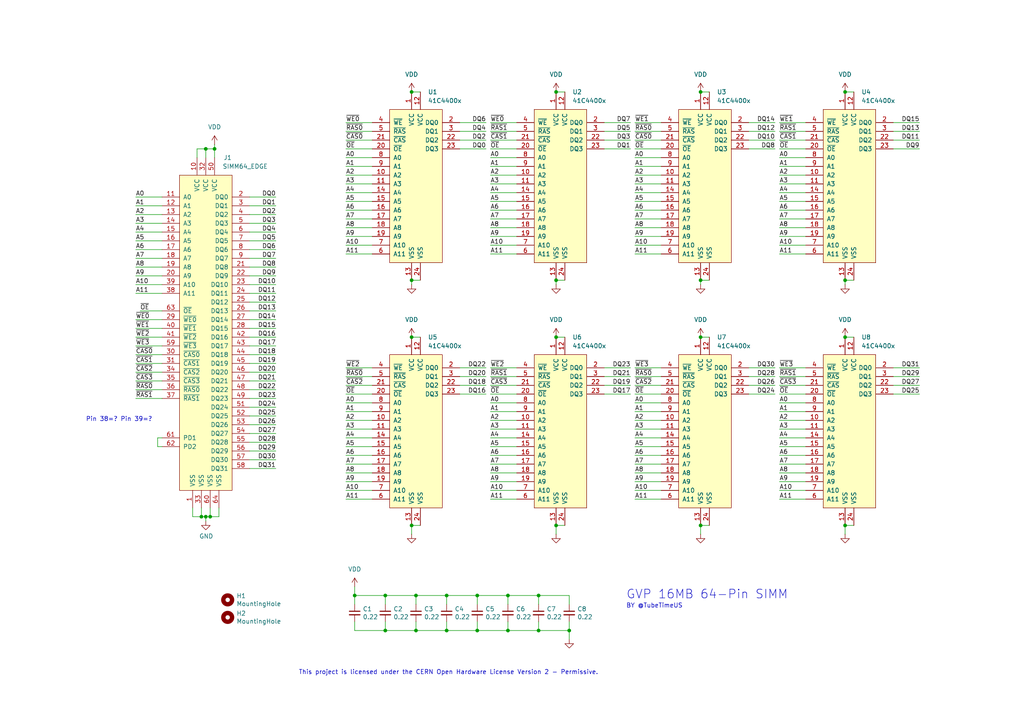
<source format=kicad_sch>
(kicad_sch (version 20231120) (generator "eeschema") (generator_version "8.0")
  (paper "A4")
  (lib_symbols
    (symbol "Device:C_Small" (pin_numbers hide) (pin_names (offset 0.254) hide)
      (property "Reference" "C" (at 0.254 1.778 0))
      (property "Value" "C_Small" (at 0.254 -2.032 0))
      (symbol "C_Small_0_1"
        (polyline (pts (xy -1.524 -0.508) (xy 1.524 -0.508)) (stroke (width 0.3302)))
        (polyline (pts (xy -1.524 0.508) (xy 1.524 0.508)) (stroke (width 0.3048)))
      )
      (symbol "C_Small_1_1"
        (pin passive line (at 0 2.54 270) (length 2.032) (name "~") (number "1"))
        (pin passive line (at 0 -2.54 90) (length 2.032) (name "~") (number "2"))
      )
    )
    (symbol "Mechanical:MountingHole" (pin_names (offset 1.016)) (exclude_from_sim yes) (in_bom no)
      (property "Reference" "H" (at 0 5.08 0))
      (property "Value" "MountingHole" (at 0 3.175 0))
      (symbol "MountingHole_0_1"
        (circle (center 0 0) (radius 1.27) (stroke (width 1.27)))
      )
    )
    (symbol "gvpsimm-rescue:GND-power" (power) (pin_names (offset 0))
      (property "Value" "power_GND" (at 0 -3.81 0))
      (symbol "GND-power_0_1"
        (polyline (pts (xy 0 0) (xy 0 -1.27) (xy 1.27 -1.27) (xy 0 -2.54) (xy -1.27 -1.27) (xy 0 -1.27)))
      )
      (symbol "GND-power_1_1"
        (pin power_in line (at 0 0 270) (length 0) hide (name "GND") (number "1"))
      )
    )
    (symbol "memory:SIMM64_EDGE" (pin_names (offset 1.016))
      (property "Reference" "J" (at 6.35 3.81 0))
      (property "Value" "SIMM64_EDGE" (at 12.7 1.27 0))
      (symbol "SIMM64_EDGE_0_1"
        (rectangle (start 7.62 -91.44) (end -7.62 0) (fill (type background)))
      )
      (symbol "SIMM64_EDGE_1_1"
        (pin power_out line (at -3.81 -96.52 90) (length 5.08) (name "VSS") (number "1"))
        (pin power_out line (at -2.54 5.08 270) (length 5.08) (name "VCC") (number "10"))
        (pin output line (at -12.7 -6.35 0) (length 5.08) (name "A0") (number "11"))
        (pin output line (at -12.7 -8.89 0) (length 5.08) (name "A1") (number "12"))
        (pin output line (at -12.7 -11.43 0) (length 5.08) (name "A2") (number "13"))
        (pin output line (at -12.7 -13.97 0) (length 5.08) (name "A3") (number "14"))
        (pin output line (at -12.7 -16.51 0) (length 5.08) (name "A4") (number "15"))
        (pin output line (at -12.7 -19.05 0) (length 5.08) (name "A5") (number "16"))
        (pin output line (at -12.7 -21.59 0) (length 5.08) (name "A6") (number "17"))
        (pin output line (at -12.7 -24.13 0) (length 5.08) (name "A7") (number "18"))
        (pin output line (at -12.7 -26.67 0) (length 5.08) (name "A8") (number "19"))
        (pin bidirectional line (at 12.7 -6.35 180) (length 5.08) (name "DQ0") (number "2"))
        (pin output line (at -12.7 -29.21 0) (length 5.08) (name "A9") (number "20"))
        (pin bidirectional line (at 12.7 -26.67 180) (length 5.08) (name "DQ8") (number "21"))
        (pin bidirectional line (at 12.7 -29.21 180) (length 5.08) (name "DQ9") (number "22"))
        (pin bidirectional line (at 12.7 -31.75 180) (length 5.08) (name "DQ10") (number "23"))
        (pin bidirectional line (at 12.7 -34.29 180) (length 5.08) (name "DQ11") (number "24"))
        (pin bidirectional line (at 12.7 -36.83 180) (length 5.08) (name "DQ12") (number "25"))
        (pin bidirectional line (at 12.7 -39.37 180) (length 5.08) (name "DQ13") (number "26"))
        (pin bidirectional line (at 12.7 -41.91 180) (length 5.08) (name "DQ14") (number "27"))
        (pin bidirectional line (at 12.7 -44.45 180) (length 5.08) (name "DQ15") (number "28"))
        (pin output line (at -12.7 -41.91 0) (length 5.08) (name "~{WE0}") (number "29"))
        (pin bidirectional line (at 12.7 -8.89 180) (length 5.08) (name "DQ1") (number "3"))
        (pin output line (at -12.7 -52.07 0) (length 5.08) (name "~{CAS0}") (number "30"))
        (pin output line (at -12.7 -54.61 0) (length 5.08) (name "~{CAS1}") (number "31"))
        (pin power_in line (at 0 5.08 270) (length 5.08) (name "VCC") (number "32"))
        (pin power_in line (at -1.27 -96.52 90) (length 5.08) (name "VSS") (number "33"))
        (pin output line (at -12.7 -57.15 0) (length 5.08) (name "~{CAS2}") (number "34"))
        (pin output line (at -12.7 -59.69 0) (length 5.08) (name "~{CAS3}") (number "35"))
        (pin output line (at -12.7 -62.23 0) (length 5.08) (name "~{RAS0}") (number "36"))
        (pin output line (at -12.7 -64.77 0) (length 5.08) (name "~{RAS1}") (number "37"))
        (pin output line (at -12.7 -34.29 0) (length 5.08) (name "A11") (number "38"))
        (pin output line (at -12.7 -31.75 0) (length 5.08) (name "A10") (number "39"))
        (pin bidirectional line (at 12.7 -11.43 180) (length 5.08) (name "DQ2") (number "4"))
        (pin output line (at -12.7 -44.45 0) (length 5.08) (name "~{WE1}") (number "40"))
        (pin output line (at -12.7 -46.99 0) (length 5.08) (name "~{WE2}") (number "41"))
        (pin bidirectional line (at 12.7 -46.99 180) (length 5.08) (name "DQ16") (number "42"))
        (pin bidirectional line (at 12.7 -49.53 180) (length 5.08) (name "DQ17") (number "43"))
        (pin bidirectional line (at 12.7 -52.07 180) (length 5.08) (name "DQ18") (number "44"))
        (pin bidirectional line (at 12.7 -54.61 180) (length 5.08) (name "DQ19") (number "45"))
        (pin bidirectional line (at 12.7 -57.15 180) (length 5.08) (name "DQ20") (number "46"))
        (pin bidirectional line (at 12.7 -59.69 180) (length 5.08) (name "DQ21") (number "47"))
        (pin bidirectional line (at 12.7 -62.23 180) (length 5.08) (name "DQ22") (number "48"))
        (pin bidirectional line (at 12.7 -64.77 180) (length 5.08) (name "DQ23") (number "49"))
        (pin bidirectional line (at 12.7 -13.97 180) (length 5.08) (name "DQ3") (number "5"))
        (pin power_in line (at 2.54 5.08 270) (length 5.08) (name "VCC") (number "50"))
        (pin bidirectional line (at 12.7 -67.31 180) (length 5.08) (name "DQ24") (number "51"))
        (pin bidirectional line (at 12.7 -69.85 180) (length 5.08) (name "DQ25") (number "52"))
        (pin bidirectional line (at 12.7 -72.39 180) (length 5.08) (name "DQ26") (number "53"))
        (pin bidirectional line (at 12.7 -74.93 180) (length 5.08) (name "DQ27") (number "54"))
        (pin bidirectional line (at 12.7 -77.47 180) (length 5.08) (name "DQ28") (number "55"))
        (pin bidirectional line (at 12.7 -80.01 180) (length 5.08) (name "DQ29") (number "56"))
        (pin bidirectional line (at 12.7 -82.55 180) (length 5.08) (name "DQ30") (number "57"))
        (pin bidirectional line (at 12.7 -85.09 180) (length 5.08) (name "DQ31") (number "58"))
        (pin output line (at -12.7 -49.53 0) (length 5.08) (name "~{WE3}") (number "59"))
        (pin bidirectional line (at 12.7 -16.51 180) (length 5.08) (name "DQ4") (number "6"))
        (pin power_in line (at 1.27 -96.52 90) (length 5.08) (name "VSS") (number "60"))
        (pin passive line (at -12.7 -76.2 0) (length 5.08) (name "PD1") (number "61"))
        (pin passive line (at -12.7 -78.74 0) (length 5.08) (name "PD2") (number "62"))
        (pin output line (at -12.7 -39.37 0) (length 5.08) (name "~{OE}") (number "63"))
        (pin power_in line (at 3.81 -96.52 90) (length 5.08) (name "VSS") (number "64"))
        (pin bidirectional line (at 12.7 -19.05 180) (length 5.08) (name "DQ5") (number "7"))
        (pin bidirectional line (at 12.7 -21.59 180) (length 5.08) (name "DQ6") (number "8"))
        (pin bidirectional line (at 12.7 -24.13 180) (length 5.08) (name "DQ7") (number "9"))
      )
    )
    (symbol "memory_new:41C4400x" (pin_names (offset 1.016))
      (property "Reference" "U" (at 5.588 5.08 0))
      (property "Value" "41C4400x" (at 9.398 2.54 0))
      (symbol "41C4400x_0_1"
        (rectangle (start -6.35 0) (end 8.89 -44.45) (fill (type background)))
      )
      (symbol "41C4400x_1_1"
        (pin power_in line (at 0 5.08 270) (length 5.08) (name "VCC") (number "1"))
        (pin input line (at -11.43 -19.05 0) (length 5.08) (name "A2") (number "10"))
        (pin input line (at -11.43 -21.59 0) (length 5.08) (name "A3") (number "11"))
        (pin power_in line (at 2.54 5.08 270) (length 5.08) (name "VCC") (number "12"))
        (pin power_in line (at 0 -49.53 90) (length 5.08) (name "VSS") (number "13"))
        (pin input line (at -11.43 -24.13 0) (length 5.08) (name "A4") (number "14"))
        (pin input line (at -11.43 -26.67 0) (length 5.08) (name "A5") (number "15"))
        (pin input line (at -11.43 -29.21 0) (length 5.08) (name "A6") (number "16"))
        (pin input line (at -11.43 -31.75 0) (length 5.08) (name "A7") (number "17"))
        (pin input line (at -11.43 -34.29 0) (length 5.08) (name "A8") (number "18"))
        (pin input line (at -11.43 -36.83 0) (length 5.08) (name "A9") (number "19"))
        (pin bidirectional line (at 13.97 -3.81 180) (length 5.08) (name "DQ0") (number "2"))
        (pin input line (at -11.43 -11.43 0) (length 5.08) (name "~{OE}") (number "20"))
        (pin input line (at -11.43 -8.89 0) (length 5.08) (name "~{CAS}") (number "21"))
        (pin bidirectional line (at 13.97 -8.89 180) (length 5.08) (name "DQ2") (number "22"))
        (pin bidirectional line (at 13.97 -11.43 180) (length 5.08) (name "DQ3") (number "23"))
        (pin power_in line (at 2.54 -49.53 90) (length 5.08) (name "VSS") (number "24"))
        (pin bidirectional line (at 13.97 -6.35 180) (length 5.08) (name "DQ1") (number "3"))
        (pin input line (at -11.43 -3.81 0) (length 5.08) (name "~{WE}") (number "4"))
        (pin input line (at -11.43 -6.35 0) (length 5.08) (name "~{RAS}") (number "5"))
        (pin input line (at -11.43 -41.91 0) (length 5.08) (name "A11") (number "6"))
        (pin input line (at -11.43 -39.37 0) (length 5.08) (name "A10") (number "7"))
        (pin input line (at -11.43 -13.97 0) (length 5.08) (name "A0") (number "8"))
        (pin input line (at -11.43 -16.51 0) (length 5.08) (name "A1") (number "9"))
      )
    )
    (symbol "power:GND" (power) (pin_numbers hide) (pin_names (offset 0) hide)
      (property "Value" "GND" (at 0 -3.81 0))
      (symbol "GND_0_1"
        (polyline (pts (xy 0 0) (xy 0 -1.27) (xy 1.27 -1.27) (xy 0 -2.54) (xy -1.27 -1.27) (xy 0 -1.27)))
      )
      (symbol "GND_1_1"
        (pin power_in line (at 0 0 270) (length 0) (name "~") (number "1"))
      )
    )
    (symbol "power:VDD" (power) (pin_numbers hide) (pin_names (offset 0) hide)
      (property "Value" "VDD" (at 0 3.556 0))
      (symbol "VDD_0_1"
        (polyline (pts (xy -0.762 1.27) (xy 0 2.54)))
        (polyline (pts (xy 0 0) (xy 0 2.54)))
        (polyline (pts (xy 0 2.54) (xy 0.762 1.27)))
      )
      (symbol "VDD_1_1"
        (pin power_in line (at 0 0 90) (length 0) (name "~") (number "1"))
      )
    )
  )
  (junction (at 156.21 172.72))
  (junction (at 59.69 43.18))
  (junction (at 62.23 43.18))
  (junction (at 203.2 152.4))
  (junction (at 161.29 97.79))
  (junction (at 119.38 26.67))
  (junction (at 59.69 149.86))
  (junction (at 138.43 172.72))
  (junction (at 129.54 182.88))
  (junction (at 161.29 26.67))
  (junction (at 161.29 81.28))
  (junction (at 119.38 97.79))
  (junction (at 245.11 26.67))
  (junction (at 203.2 81.28))
  (junction (at 111.76 172.72))
  (junction (at 120.65 182.88))
  (junction (at 161.29 152.4))
  (junction (at 138.43 182.88))
  (junction (at 120.65 172.72))
  (junction (at 119.38 152.4))
  (junction (at 203.2 26.67))
  (junction (at 129.54 172.72))
  (junction (at 156.21 182.88))
  (junction (at 119.38 81.28))
  (junction (at 102.87 172.72))
  (junction (at 245.11 81.28))
  (junction (at 58.42 149.86))
  (junction (at 245.11 152.4))
  (junction (at 147.32 172.72))
  (junction (at 203.2 97.79))
  (junction (at 165.1 182.88))
  (junction (at 111.76 182.88))
  (junction (at 60.96 149.86))
  (junction (at 147.32 182.88))
  (junction (at 245.11 97.79))
  (wire (pts (xy 133.35 43.18) (xy 140.97 43.18)))
  (wire (pts (xy 72.39 118.11) (xy 80.01 118.11)))
  (wire (pts (xy 46.99 62.23) (xy 39.37 62.23)))
  (wire (pts (xy 226.06 142.24) (xy 233.68 142.24)))
  (wire (pts (xy 102.87 180.34) (xy 102.87 182.88)))
  (wire (pts (xy 111.76 180.34) (xy 111.76 182.88)))
  (wire (pts (xy 184.15 144.78) (xy 191.77 144.78)))
  (wire (pts (xy 72.39 97.79) (xy 80.01 97.79)))
  (wire (pts (xy 224.79 40.64) (xy 217.17 40.64)))
  (wire (pts (xy 233.68 63.5) (xy 226.06 63.5)))
  (wire (pts (xy 226.06 144.78) (xy 233.68 144.78)))
  (wire (pts (xy 165.1 182.88) (xy 165.1 180.34)))
  (wire (pts (xy 119.38 97.79) (xy 121.92 97.79)))
  (wire (pts (xy 39.37 95.25) (xy 46.99 95.25)))
  (wire (pts (xy 100.33 73.66) (xy 107.95 73.66)))
  (wire (pts (xy 46.99 105.41) (xy 39.37 105.41)))
  (wire (pts (xy 107.95 121.92) (xy 100.33 121.92)))
  (wire (pts (xy 58.42 149.86) (xy 59.69 149.86)))
  (wire (pts (xy 80.01 62.23) (xy 72.39 62.23)))
  (wire (pts (xy 149.86 50.8) (xy 142.24 50.8)))
  (wire (pts (xy 102.87 175.26) (xy 102.87 172.72)))
  (wire (pts (xy 72.39 85.09) (xy 80.01 85.09)))
  (wire (pts (xy 107.95 129.54) (xy 100.33 129.54)))
  (wire (pts (xy 111.76 175.26) (xy 111.76 172.72)))
  (wire (pts (xy 80.01 95.25) (xy 72.39 95.25)))
  (wire (pts (xy 80.01 100.33) (xy 72.39 100.33)))
  (wire (pts (xy 72.39 130.81) (xy 80.01 130.81)))
  (wire (pts (xy 191.77 40.64) (xy 184.15 40.64)))
  (wire (pts (xy 149.86 68.58) (xy 142.24 68.58)))
  (wire (pts (xy 191.77 127) (xy 184.15 127)))
  (wire (pts (xy 140.97 111.76) (xy 133.35 111.76)))
  (wire (pts (xy 191.77 63.5) (xy 184.15 63.5)))
  (wire (pts (xy 226.06 109.22) (xy 233.68 109.22)))
  (wire (pts (xy 59.69 151.13) (xy 59.69 149.86)))
  (wire (pts (xy 45.72 127) (xy 45.72 129.54)))
  (wire (pts (xy 46.99 69.85) (xy 39.37 69.85)))
  (wire (pts (xy 147.32 172.72) (xy 156.21 172.72)))
  (wire (pts (xy 59.69 43.18) (xy 62.23 43.18)))
  (wire (pts (xy 57.15 45.72) (xy 57.15 43.18)))
  (wire (pts (xy 107.95 63.5) (xy 100.33 63.5)))
  (wire (pts (xy 119.38 81.28) (xy 119.38 82.55)))
  (wire (pts (xy 156.21 172.72) (xy 156.21 175.26)))
  (wire (pts (xy 39.37 64.77) (xy 46.99 64.77)))
  (wire (pts (xy 226.06 53.34) (xy 233.68 53.34)))
  (wire (pts (xy 100.33 71.12) (xy 107.95 71.12)))
  (wire (pts (xy 233.68 121.92) (xy 226.06 121.92)))
  (wire (pts (xy 142.24 53.34) (xy 149.86 53.34)))
  (wire (pts (xy 100.33 109.22) (xy 107.95 109.22)))
  (wire (pts (xy 102.87 182.88) (xy 111.76 182.88)))
  (wire (pts (xy 226.06 71.12) (xy 233.68 71.12)))
  (wire (pts (xy 138.43 172.72) (xy 147.32 172.72)))
  (wire (pts (xy 217.17 43.18) (xy 224.79 43.18)))
  (wire (pts (xy 191.77 50.8) (xy 184.15 50.8)))
  (wire (pts (xy 224.79 106.68) (xy 217.17 106.68)))
  (wire (pts (xy 184.15 66.04) (xy 191.77 66.04)))
  (wire (pts (xy 191.77 114.3) (xy 184.15 114.3)))
  (wire (pts (xy 224.79 35.56) (xy 217.17 35.56)))
  (wire (pts (xy 149.86 55.88) (xy 142.24 55.88)))
  (wire (pts (xy 80.01 69.85) (xy 72.39 69.85)))
  (wire (pts (xy 46.99 97.79) (xy 39.37 97.79)))
  (wire (pts (xy 46.99 57.15) (xy 39.37 57.15)))
  (wire (pts (xy 39.37 85.09) (xy 46.99 85.09)))
  (wire (pts (xy 107.95 58.42) (xy 100.33 58.42)))
  (wire (pts (xy 107.95 50.8) (xy 100.33 50.8)))
  (wire (pts (xy 80.01 107.95) (xy 72.39 107.95)))
  (wire (pts (xy 149.86 111.76) (xy 142.24 111.76)))
  (wire (pts (xy 72.39 59.69) (xy 80.01 59.69)))
  (wire (pts (xy 72.39 135.89) (xy 80.01 135.89)))
  (wire (pts (xy 147.32 180.34) (xy 147.32 182.88)))
  (wire (pts (xy 107.95 127) (xy 100.33 127)))
  (wire (pts (xy 233.68 134.62) (xy 226.06 134.62)))
  (wire (pts (xy 245.11 26.67) (xy 247.65 26.67)))
  (wire (pts (xy 142.24 38.1) (xy 149.86 38.1)))
  (wire (pts (xy 138.43 180.34) (xy 138.43 182.88)))
  (wire (pts (xy 191.77 139.7) (xy 184.15 139.7)))
  (wire (pts (xy 184.15 137.16) (xy 191.77 137.16)))
  (wire (pts (xy 233.68 106.68) (xy 226.06 106.68)))
  (wire (pts (xy 191.77 134.62) (xy 184.15 134.62)))
  (wire (pts (xy 46.99 92.71) (xy 39.37 92.71)))
  (wire (pts (xy 39.37 72.39) (xy 46.99 72.39)))
  (wire (pts (xy 184.15 38.1) (xy 191.77 38.1)))
  (wire (pts (xy 55.88 149.86) (xy 58.42 149.86)))
  (wire (pts (xy 120.65 182.88) (xy 129.54 182.88)))
  (wire (pts (xy 191.77 116.84) (xy 184.15 116.84)))
  (wire (pts (xy 62.23 43.18) (xy 62.23 41.91)))
  (wire (pts (xy 245.11 152.4) (xy 247.65 152.4)))
  (wire (pts (xy 147.32 175.26) (xy 147.32 172.72)))
  (wire (pts (xy 129.54 175.26) (xy 129.54 172.72)))
  (wire (pts (xy 72.39 113.03) (xy 80.01 113.03)))
  (wire (pts (xy 100.33 48.26) (xy 107.95 48.26)))
  (wire (pts (xy 46.99 80.01) (xy 39.37 80.01)))
  (wire (pts (xy 111.76 172.72) (xy 120.65 172.72)))
  (wire (pts (xy 46.99 74.93) (xy 39.37 74.93)))
  (wire (pts (xy 120.65 172.72) (xy 129.54 172.72)))
  (wire (pts (xy 107.95 40.64) (xy 100.33 40.64)))
  (wire (pts (xy 184.15 142.24) (xy 191.77 142.24)))
  (wire (pts (xy 62.23 43.18) (xy 62.23 45.72)))
  (wire (pts (xy 266.7 111.76) (xy 259.08 111.76)))
  (wire (pts (xy 140.97 35.56) (xy 133.35 35.56)))
  (wire (pts (xy 46.99 115.57) (xy 39.37 115.57)))
  (wire (pts (xy 149.86 63.5) (xy 142.24 63.5)))
  (wire (pts (xy 46.99 67.31) (xy 39.37 67.31)))
  (wire (pts (xy 184.15 119.38) (xy 191.77 119.38)))
  (wire (pts (xy 233.68 40.64) (xy 226.06 40.64)))
  (wire (pts (xy 39.37 77.47) (xy 46.99 77.47)))
  (wire (pts (xy 100.33 124.46) (xy 107.95 124.46)))
  (wire (pts (xy 217.17 109.22) (xy 224.79 109.22)))
  (wire (pts (xy 226.06 119.38) (xy 233.68 119.38)))
  (wire (pts (xy 149.86 58.42) (xy 142.24 58.42)))
  (wire (pts (xy 175.26 109.22) (xy 182.88 109.22)))
  (wire (pts (xy 39.37 107.95) (xy 46.99 107.95)))
  (wire (pts (xy 142.24 73.66) (xy 149.86 73.66)))
  (wire (pts (xy 46.99 102.87) (xy 39.37 102.87)))
  (wire (pts (xy 55.88 147.32) (xy 55.88 149.86)))
  (wire (pts (xy 142.24 119.38) (xy 149.86 119.38)))
  (wire (pts (xy 72.39 90.17) (xy 80.01 90.17)))
  (wire (pts (xy 100.33 38.1) (xy 107.95 38.1)))
  (wire (pts (xy 60.96 149.86) (xy 63.5 149.86)))
  (wire (pts (xy 142.24 124.46) (xy 149.86 124.46)))
  (wire (pts (xy 58.42 147.32) (xy 58.42 149.86)))
  (wire (pts (xy 259.08 43.18) (xy 266.7 43.18)))
  (wire (pts (xy 149.86 35.56) (xy 142.24 35.56)))
  (wire (pts (xy 142.24 60.96) (xy 149.86 60.96)))
  (wire (pts (xy 107.95 45.72) (xy 100.33 45.72)))
  (wire (pts (xy 72.39 125.73) (xy 80.01 125.73)))
  (wire (pts (xy 184.15 109.22) (xy 191.77 109.22)))
  (wire (pts (xy 149.86 116.84) (xy 142.24 116.84)))
  (wire (pts (xy 72.39 64.77) (xy 80.01 64.77)))
  (wire (pts (xy 129.54 172.72) (xy 138.43 172.72)))
  (wire (pts (xy 165.1 182.88) (xy 165.1 185.42)))
  (wire (pts (xy 80.01 82.55) (xy 72.39 82.55)))
  (wire (pts (xy 80.01 57.15) (xy 72.39 57.15)))
  (wire (pts (xy 203.2 152.4) (xy 203.2 154.94)))
  (wire (pts (xy 226.06 137.16) (xy 233.68 137.16)))
  (wire (pts (xy 140.97 106.68) (xy 133.35 106.68)))
  (wire (pts (xy 245.11 81.28) (xy 247.65 81.28)))
  (wire (pts (xy 149.86 129.54) (xy 142.24 129.54)))
  (wire (pts (xy 142.24 137.16) (xy 149.86 137.16)))
  (wire (pts (xy 191.77 55.88) (xy 184.15 55.88)))
  (wire (pts (xy 233.68 116.84) (xy 226.06 116.84)))
  (wire (pts (xy 72.39 77.47) (xy 80.01 77.47)))
  (wire (pts (xy 161.29 26.67) (xy 163.83 26.67)))
  (wire (pts (xy 80.01 80.01) (xy 72.39 80.01)))
  (wire (pts (xy 203.2 26.67) (xy 205.74 26.67)))
  (wire (pts (xy 111.76 182.88) (xy 120.65 182.88)))
  (wire (pts (xy 245.11 81.28) (xy 245.11 82.55)))
  (wire (pts (xy 245.11 97.79) (xy 247.65 97.79)))
  (wire (pts (xy 175.26 114.3) (xy 182.88 114.3)))
  (wire (pts (xy 182.88 40.64) (xy 175.26 40.64)))
  (wire (pts (xy 233.68 139.7) (xy 226.06 139.7)))
  (wire (pts (xy 119.38 81.28) (xy 121.92 81.28)))
  (wire (pts (xy 80.01 123.19) (xy 72.39 123.19)))
  (wire (pts (xy 233.68 114.3) (xy 226.06 114.3)))
  (wire (pts (xy 245.11 152.4) (xy 245.11 154.94)))
  (wire (pts (xy 233.68 35.56) (xy 226.06 35.56)))
  (wire (pts (xy 226.06 48.26) (xy 233.68 48.26)))
  (wire (pts (xy 184.15 48.26) (xy 191.77 48.26)))
  (wire (pts (xy 100.33 66.04) (xy 107.95 66.04)))
  (wire (pts (xy 100.33 142.24) (xy 107.95 142.24)))
  (wire (pts (xy 149.86 40.64) (xy 142.24 40.64)))
  (wire (pts (xy 149.86 45.72) (xy 142.24 45.72)))
  (wire (pts (xy 226.06 38.1) (xy 233.68 38.1)))
  (wire (pts (xy 191.77 111.76) (xy 184.15 111.76)))
  (wire (pts (xy 233.68 45.72) (xy 226.06 45.72)))
  (wire (pts (xy 107.95 111.76) (xy 100.33 111.76)))
  (wire (pts (xy 100.33 53.34) (xy 107.95 53.34)))
  (wire (pts (xy 191.77 35.56) (xy 184.15 35.56)))
  (wire (pts (xy 184.15 60.96) (xy 191.77 60.96)))
  (wire (pts (xy 46.99 90.17) (xy 40.64 90.17)))
  (wire (pts (xy 100.33 137.16) (xy 107.95 137.16)))
  (wire (pts (xy 119.38 152.4) (xy 119.38 154.94)))
  (wire (pts (xy 102.87 172.72) (xy 111.76 172.72)))
  (wire (pts (xy 191.77 121.92) (xy 184.15 121.92)))
  (wire (pts (xy 233.68 43.18) (xy 226.06 43.18)))
  (wire (pts (xy 142.24 142.24) (xy 149.86 142.24)))
  (wire (pts (xy 39.37 113.03) (xy 46.99 113.03)))
  (wire (pts (xy 259.08 38.1) (xy 266.7 38.1)))
  (wire (pts (xy 233.68 129.54) (xy 226.06 129.54)))
  (wire (pts (xy 259.08 109.22) (xy 266.7 109.22)))
  (wire (pts (xy 133.35 114.3) (xy 140.97 114.3)))
  (wire (pts (xy 233.68 68.58) (xy 226.06 68.58)))
  (wire (pts (xy 120.65 175.26) (xy 120.65 172.72)))
  (wire (pts (xy 39.37 100.33) (xy 46.99 100.33)))
  (wire (pts (xy 45.72 129.54) (xy 46.99 129.54)))
  (wire (pts (xy 80.01 92.71) (xy 72.39 92.71)))
  (wire (pts (xy 184.15 71.12) (xy 191.77 71.12)))
  (wire (pts (xy 107.95 43.18) (xy 100.33 43.18)))
  (wire (pts (xy 80.01 87.63) (xy 72.39 87.63)))
  (wire (pts (xy 184.15 124.46) (xy 191.77 124.46)))
  (wire (pts (xy 149.86 106.68) (xy 142.24 106.68)))
  (wire (pts (xy 184.15 73.66) (xy 191.77 73.66)))
  (wire (pts (xy 142.24 71.12) (xy 149.86 71.12)))
  (wire (pts (xy 226.06 132.08) (xy 233.68 132.08)))
  (wire (pts (xy 60.96 147.32) (xy 60.96 149.86)))
  (wire (pts (xy 161.29 81.28) (xy 161.29 82.55)))
  (wire (pts (xy 107.95 139.7) (xy 100.33 139.7)))
  (wire (pts (xy 72.39 102.87) (xy 80.01 102.87)))
  (wire (pts (xy 182.88 111.76) (xy 175.26 111.76)))
  (wire (pts (xy 161.29 152.4) (xy 161.29 154.94)))
  (wire (pts (xy 129.54 182.88) (xy 138.43 182.88)))
  (wire (pts (xy 156.21 182.88) (xy 156.21 180.34)))
  (wire (pts (xy 226.06 73.66) (xy 233.68 73.66)))
  (wire (pts (xy 233.68 111.76) (xy 226.06 111.76)))
  (wire (pts (xy 80.01 110.49) (xy 72.39 110.49)))
  (wire (pts (xy 142.24 48.26) (xy 149.86 48.26)))
  (wire (pts (xy 107.95 35.56) (xy 100.33 35.56)))
  (wire (pts (xy 184.15 53.34) (xy 191.77 53.34)))
  (wire (pts (xy 203.2 81.28) (xy 205.74 81.28)))
  (wire (pts (xy 107.95 55.88) (xy 100.33 55.88)))
  (wire (pts (xy 57.15 43.18) (xy 59.69 43.18)))
  (wire (pts (xy 100.33 119.38) (xy 107.95 119.38)))
  (wire (pts (xy 107.95 134.62) (xy 100.33 134.62)))
  (wire (pts (xy 100.33 144.78) (xy 107.95 144.78)))
  (wire (pts (xy 39.37 59.69) (xy 46.99 59.69)))
  (wire (pts (xy 226.06 124.46) (xy 233.68 124.46)))
  (wire (pts (xy 217.17 38.1) (xy 224.79 38.1)))
  (wire (pts (xy 226.06 66.04) (xy 233.68 66.04)))
  (wire (pts (xy 142.24 109.22) (xy 149.86 109.22)))
  (wire (pts (xy 138.43 182.88) (xy 147.32 182.88)))
  (wire (pts (xy 80.01 128.27) (xy 72.39 128.27)))
  (wire (pts (xy 140.97 40.64) (xy 133.35 40.64)))
  (wire (pts (xy 191.77 68.58) (xy 184.15 68.58)))
  (wire (pts (xy 191.77 43.18) (xy 184.15 43.18)))
  (wire (pts (xy 107.95 116.84) (xy 100.33 116.84)))
  (wire (pts (xy 142.24 132.08) (xy 149.86 132.08)))
  (wire (pts (xy 107.95 114.3) (xy 100.33 114.3)))
  (wire (pts (xy 138.43 175.26) (xy 138.43 172.72)))
  (wire (pts (xy 259.08 114.3) (xy 266.7 114.3)))
  (wire (pts (xy 80.01 120.65) (xy 72.39 120.65)))
  (wire (pts (xy 107.95 68.58) (xy 100.33 68.58)))
  (wire (pts (xy 203.2 81.28) (xy 203.2 82.55)))
  (wire (pts (xy 147.32 182.88) (xy 156.21 182.88)))
  (wire (pts (xy 72.39 72.39) (xy 80.01 72.39)))
  (wire (pts (xy 142.24 66.04) (xy 149.86 66.04)))
  (wire (pts (xy 191.77 45.72) (xy 184.15 45.72)))
  (wire (pts (xy 175.26 38.1) (xy 182.88 38.1)))
  (wire (pts (xy 129.54 180.34) (xy 129.54 182.88)))
  (wire (pts (xy 149.86 121.92) (xy 142.24 121.92)))
  (wire (pts (xy 149.86 114.3) (xy 142.24 114.3)))
  (wire (pts (xy 80.01 115.57) (xy 72.39 115.57)))
  (wire (pts (xy 100.33 132.08) (xy 107.95 132.08)))
  (wire (pts (xy 161.29 152.4) (xy 163.83 152.4)))
  (wire (pts (xy 203.2 152.4) (xy 205.74 152.4)))
  (wire (pts (xy 233.68 50.8) (xy 226.06 50.8)))
  (wire (pts (xy 102.87 170.18) (xy 102.87 172.72)))
  (wire (pts (xy 165.1 172.72) (xy 165.1 175.26)))
  (wire (pts (xy 149.86 134.62) (xy 142.24 134.62)))
  (wire (pts (xy 59.69 45.72) (xy 59.69 43.18)))
  (wire (pts (xy 266.7 40.64) (xy 259.08 40.64)))
  (wire (pts (xy 161.29 97.79) (xy 163.83 97.79)))
  (wire (pts (xy 191.77 58.42) (xy 184.15 58.42)))
  (wire (pts (xy 182.88 106.68) (xy 175.26 106.68)))
  (wire (pts (xy 217.17 114.3) (xy 224.79 114.3)))
  (wire (pts (xy 182.88 35.56) (xy 175.26 35.56)))
  (wire (pts (xy 226.06 60.96) (xy 233.68 60.96)))
  (wire (pts (xy 266.7 35.56) (xy 259.08 35.56)))
  (wire (pts (xy 119.38 26.67) (xy 121.92 26.67)))
  (wire (pts (xy 233.68 55.88) (xy 226.06 55.88)))
  (wire (pts (xy 224.79 111.76) (xy 217.17 111.76)))
  (wire (pts (xy 156.21 172.72) (xy 165.1 172.72)))
  (wire (pts (xy 266.7 106.68) (xy 259.08 106.68)))
  (wire (pts (xy 133.35 109.22) (xy 140.97 109.22)))
  (wire (pts (xy 100.33 60.96) (xy 107.95 60.96)))
  (wire (pts (xy 46.99 127) (xy 45.72 127)))
  (wire (pts (xy 184.15 132.08) (xy 191.77 132.08)))
  (wire (pts (xy 80.01 74.93) (xy 72.39 74.93)))
  (wire (pts (xy 156.21 182.88) (xy 165.1 182.88)))
  (wire (pts (xy 119.38 152.4) (xy 121.92 152.4)))
  (wire (pts (xy 107.95 106.68) (xy 100.33 106.68)))
  (wire (pts (xy 233.68 58.42) (xy 226.06 58.42)))
  (wire (pts (xy 149.86 139.7) (xy 142.24 139.7)))
  (wire (pts (xy 191.77 106.68) (xy 184.15 106.68)))
  (wire (pts (xy 203.2 97.79) (xy 205.74 97.79)))
  (wire (pts (xy 46.99 110.49) (xy 39.37 110.49)))
  (wire (pts (xy 233.68 127) (xy 226.06 127)))
  (wire (pts (xy 80.01 133.35) (xy 72.39 133.35)))
  (wire (pts (xy 142.24 144.78) (xy 149.86 144.78)))
  (wire (pts (xy 120.65 180.34) (xy 120.65 182.88)))
  (wire (pts (xy 191.77 129.54) (xy 184.15 129.54)))
  (wire (pts (xy 133.35 38.1) (xy 140.97 38.1)))
  (wire (pts (xy 149.86 127) (xy 142.24 127)))
  (wire (pts (xy 149.86 43.18) (xy 142.24 43.18)))
  (wire (pts (xy 59.69 149.86) (xy 60.96 149.86)))
  (wire (pts (xy 161.29 81.28) (xy 163.83 81.28)))
  (wire (pts (xy 80.01 105.41) (xy 72.39 105.41)))
  (wire (pts (xy 175.26 43.18) (xy 182.88 43.18)))
  (wire (pts (xy 63.5 149.86) (xy 63.5 147.32)))
  (wire (pts (xy 39.37 82.55) (xy 46.99 82.55)))
  (wire (pts (xy 80.01 67.31) (xy 72.39 67.31)))
  (text "Pin 38=? Pin 39=?" (at 24.892 122.428 0) (effects (font (size 1.27 1.27)) (justify left bottom)))
  (text "BY @TubeTimeUS\n" (at 181.61 176.53 0) (effects (font (size 1.27 1.27)) (justify left bottom)))
  (text "This project is licensed under the CERN Open Hardware License Version 2 - Permissive.\n" (at 86.614 195.834 0) (effects (font (size 1.27 1.27)) (justify left bottom)))
  (text "GVP 16MB 64-Pin SIMM" (at 181.61 173.99 0) (effects (font (size 2.54 2.54)) (justify left bottom)))
  (label "A7" (at 184.15 63.5 0))
  (label "A3" (at 184.15 124.46 0))
  (label "A3" (at 100.33 124.46 0))
  (label "A10" (at 184.15 142.24 0))
  (label "A5" (at 226.06 129.54 0))
  (label "DQ15" (at 80.01 95.25 180))
  (label "DQ30" (at 224.79 106.68 180))
  (label "A4" (at 184.15 127 0))
  (label "A2" (at 184.15 50.8 0))
  (label "DQ21" (at 182.88 109.22 180))
  (label "A2" (at 226.06 121.92 0))
  (label "A2" (at 100.33 121.92 0))
  (label "A1" (at 184.15 48.26 0))
  (label "A5" (at 100.33 58.42 0))
  (label "DQ7" (at 182.88 35.56 180))
  (label "DQ20" (at 140.97 109.22 180))
  (label "DQ5" (at 80.01 69.85 180))
  (label "A9" (at 142.24 68.58 0))
  (label "~{RAS0}" (at 184.15 38.1 0))
  (label "~{WE1}" (at 226.06 35.56 0))
  (label "~{WE3}" (at 39.37 100.33 0))
  (label "A7" (at 100.33 134.62 0))
  (label "A8" (at 100.33 66.04 0))
  (label "DQ28" (at 224.79 109.22 180))
  (label "A1" (at 100.33 48.26 0))
  (label "A9" (at 184.15 68.58 0))
  (label "DQ13" (at 80.01 90.17 180))
  (label "DQ21" (at 80.01 110.49 180))
  (label "A9" (at 100.33 139.7 0))
  (label "A9" (at 39.37 80.01 0))
  (label "DQ2" (at 140.97 40.64 180))
  (label "~{RAS0}" (at 184.15 109.22 0))
  (label "DQ10" (at 80.01 82.55 180))
  (label "A8" (at 142.24 66.04 0))
  (label "~{CAS1}" (at 142.24 40.64 0))
  (label "A9" (at 226.06 68.58 0))
  (label "~{RAS1}" (at 142.24 109.22 0))
  (label "DQ3" (at 80.01 64.77 180))
  (label "A10" (at 100.33 71.12 0))
  (label "A6" (at 226.06 60.96 0))
  (label "A3" (at 142.24 53.34 0))
  (label "A2" (at 184.15 121.92 0))
  (label "A9" (at 226.06 139.7 0))
  (label "~{WE0}" (at 100.33 35.56 0))
  (label "~{WE0}" (at 142.24 35.56 0))
  (label "~{OE}" (at 184.15 114.3 0))
  (label "A4" (at 226.06 55.88 0))
  (label "DQ30" (at 80.01 133.35 180))
  (label "~{CAS2}" (at 100.33 111.76 0))
  (label "~{OE}" (at 142.24 43.18 0))
  (label "A8" (at 39.37 77.47 0))
  (label "~{OE}" (at 40.64 90.17 0))
  (label "DQ16" (at 80.01 97.79 180))
  (label "A0" (at 100.33 45.72 0))
  (label "A11" (at 39.37 85.09 0))
  (label "A9" (at 184.15 139.7 0))
  (label "DQ16" (at 140.97 114.3 180))
  (label "DQ1" (at 182.88 43.18 180))
  (label "A4" (at 142.24 55.88 0))
  (label "DQ14" (at 224.79 35.56 180))
  (label "A6" (at 184.15 132.08 0))
  (label "~{RAS1}" (at 142.24 38.1 0))
  (label "A11" (at 100.33 73.66 0))
  (label "DQ25" (at 266.7 114.3 180))
  (label "DQ0" (at 140.97 43.18 180))
  (label "A1" (at 226.06 119.38 0))
  (label "~{CAS2}" (at 184.15 111.76 0))
  (label "A7" (at 226.06 134.62 0))
  (label "~{CAS1}" (at 226.06 40.64 0))
  (label "~{CAS0}" (at 100.33 40.64 0))
  (label "A11" (at 142.24 144.78 0))
  (label "A0" (at 142.24 45.72 0))
  (label "A8" (at 226.06 137.16 0))
  (label "~{RAS1}" (at 226.06 38.1 0))
  (label "~{OE}" (at 226.06 43.18 0))
  (label "A7" (at 39.37 74.93 0))
  (label "DQ7" (at 80.01 74.93 180))
  (label "A4" (at 100.33 55.88 0))
  (label "A0" (at 142.24 116.84 0))
  (label "A2" (at 142.24 50.8 0))
  (label "A6" (at 184.15 60.96 0))
  (label "DQ29" (at 80.01 130.81 180))
  (label "A3" (at 226.06 53.34 0))
  (label "~{WE2}" (at 100.33 106.68 0))
  (label "DQ11" (at 80.01 85.09 180))
  (label "A8" (at 184.15 137.16 0))
  (label "DQ26" (at 224.79 111.76 180))
  (label "A7" (at 142.24 134.62 0))
  (label "DQ2" (at 80.01 62.23 180))
  (label "DQ26" (at 80.01 123.19 180))
  (label "A9" (at 142.24 139.7 0))
  (label "DQ28" (at 80.01 128.27 180))
  (label "A7" (at 100.33 63.5 0))
  (label "A8" (at 184.15 66.04 0))
  (label "DQ0" (at 80.01 57.15 180))
  (label "A3" (at 39.37 64.77 0))
  (label "DQ13" (at 266.7 38.1 180))
  (label "~{WE3}" (at 184.15 106.68 0))
  (label "A3" (at 184.15 53.34 0))
  (label "A5" (at 184.15 58.42 0))
  (label "A6" (at 142.24 60.96 0))
  (label "A4" (at 184.15 55.88 0))
  (label "A11" (at 100.33 144.78 0))
  (label "A2" (at 100.33 50.8 0))
  (label "A3" (at 142.24 124.46 0))
  (label "A9" (at 100.33 68.58 0))
  (label "A2" (at 142.24 121.92 0))
  (label "DQ18" (at 80.01 102.87 180))
  (label "A1" (at 142.24 119.38 0))
  (label "DQ25" (at 80.01 120.65 180))
  (label "A6" (at 100.33 132.08 0))
  (label "DQ8" (at 224.79 43.18 180))
  (label "A0" (at 184.15 45.72 0))
  (label "A0" (at 39.37 57.15 0))
  (label "~{CAS1}" (at 39.37 105.41 0))
  (label "A10" (at 39.37 82.55 0))
  (label "A10" (at 142.24 142.24 0))
  (label "A10" (at 226.06 71.12 0))
  (label "DQ11" (at 266.7 40.64 180))
  (label "A8" (at 142.24 137.16 0))
  (label "~{OE}" (at 142.24 114.3 0))
  (label "~{OE}" (at 184.15 43.18 0))
  (label "A8" (at 100.33 137.16 0))
  (label "DQ6" (at 140.97 35.56 180))
  (label "DQ4" (at 140.97 38.1 180))
  (label "DQ17" (at 182.88 114.3 180))
  (label "DQ1" (at 80.01 59.69 180))
  (label "DQ10" (at 224.79 40.64 180))
  (label "A6" (at 226.06 132.08 0))
  (label "DQ19" (at 80.01 105.41 180))
  (label "A3" (at 100.33 53.34 0))
  (label "A0" (at 226.06 45.72 0))
  (label "A5" (at 226.06 58.42 0))
  (label "DQ4" (at 80.01 67.31 180))
  (label "A5" (at 39.37 69.85 0))
  (label "A4" (at 142.24 127 0))
  (label "DQ29" (at 266.7 109.22 180))
  (label "A4" (at 100.33 127 0))
  (label "~{WE2}" (at 142.24 106.68 0))
  (label "DQ18" (at 140.97 111.76 180))
  (label "~{OE}" (at 226.06 114.3 0))
  (label "~{WE0}" (at 39.37 92.71 0))
  (label "DQ9" (at 266.7 43.18 180))
  (label "A0" (at 100.33 116.84 0))
  (label "DQ12" (at 80.01 87.63 180))
  (label "DQ17" (at 80.01 100.33 180))
  (label "A10" (at 100.33 142.24 0))
  (label "A5" (at 100.33 129.54 0))
  (label "DQ20" (at 80.01 107.95 180))
  (label "~{WE1}" (at 184.15 35.56 0))
  (label "A1" (at 184.15 119.38 0))
  (label "A10" (at 226.06 142.24 0))
  (label "A0" (at 226.06 116.84 0))
  (label "DQ23" (at 80.01 115.57 180))
  (label "DQ3" (at 182.88 40.64 180))
  (label "A6" (at 100.33 60.96 0))
  (label "DQ27" (at 266.7 111.76 180))
  (label "A11" (at 184.15 144.78 0))
  (label "A7" (at 184.15 134.62 0))
  (label "~{OE}" (at 100.33 43.18 0))
  (label "DQ6" (at 80.01 72.39 180))
  (label "~{CAS3}" (at 226.06 111.76 0))
  (label "DQ24" (at 80.01 118.11 180))
  (label "~{CAS3}" (at 142.24 111.76 0))
  (label "A4" (at 226.06 127 0))
  (label "A1" (at 100.33 119.38 0))
  (label "DQ15" (at 266.7 35.56 180))
  (label "DQ12" (at 224.79 38.1 180))
  (label "A10" (at 184.15 71.12 0))
  (label "A11" (at 226.06 73.66 0))
  (label "~{RAS0}" (at 100.33 109.22 0))
  (label "A11" (at 226.06 144.78 0))
  (label "DQ22" (at 80.01 113.03 180))
  (label "~{CAS0}" (at 39.37 102.87 0))
  (label "A10" (at 142.24 71.12 0))
  (label "~{WE3}" (at 226.06 106.68 0))
  (label "~{RAS1}" (at 226.06 109.22 0))
  (label "A5" (at 142.24 58.42 0))
  (label "A11" (at 184.15 73.66 0))
  (label "A3" (at 226.06 124.46 0))
  (label "DQ14" (at 80.01 92.71 180))
  (label "DQ23" (at 182.88 106.68 180))
  (label "A4" (at 39.37 67.31 0))
  (label "A11" (at 142.24 73.66 0))
  (label "DQ22" (at 140.97 106.68 180))
  (label "A6" (at 142.24 132.08 0))
  (label "DQ31" (at 80.01 135.89 180))
  (label "A5" (at 142.24 129.54 0))
  (label "~{CAS0}" (at 184.15 40.64 0))
  (label "~{CAS2}" (at 39.37 107.95 0))
  (label "~{WE1}" (at 39.37 95.25 0))
  (label "A2" (at 226.06 50.8 0))
  (label "DQ19" (at 182.88 111.76 180))
  (label "DQ27" (at 80.01 125.73 180))
  (label "DQ5" (at 182.88 38.1 180))
  (label "A1" (at 39.37 59.69 0))
  (label "~{RAS1}" (at 39.37 115.57 0))
  (label "DQ9" (at 80.01 80.01 180))
  (label "~{WE2}" (at 39.37 97.79 0))
  (label "A8" (at 226.06 66.04 0))
  (label "A2" (at 39.37 62.23 0))
  (label "~{RAS0}" (at 39.37 113.03 0))
  (label "A0" (at 184.15 116.84 0))
  (label "A1" (at 226.06 48.26 0))
  (label "~{RAS0}" (at 100.33 38.1 0))
  (label "DQ24" (at 224.79 114.3 180))
  (label "~{OE}" (at 100.33 114.3 0))
  (label "DQ8" (at 80.01 77.47 180))
  (label "~{CAS3}" (at 39.37 110.49 0))
  (label "A7" (at 142.24 63.5 0))
  (label "A5" (at 184.15 129.54 0))
  (label "A6" (at 39.37 72.39 0))
  (label "A1" (at 142.24 48.26 0))
  (label "A7" (at 226.06 63.5 0))
  (label "DQ31" (at 266.7 106.68 180))
  (symbol (lib_id "memory:SIMM64_EDGE") (at 59.69 50.8 0) (unit 1)
    (property "Reference" "J1" (at 66.04 45.72 0))
    (property "Value" "SIMM64_EDGE" (at 71.12 48.26 0))
    (property "Footprint" "Conn:EDGE_SIMM_64_127" (effects (hide yes)))
  )
  (symbol (lib_id "gvpsimm-rescue:GND-power") (at 59.69 151.13 0) (unit 1)
    (property "Reference" "#PWR0102" (effects (hide yes)))
    (property "Value" "GND" (at 59.817 155.5242 0))
  )
  (symbol (lib_id "Device:C_Small") (at 111.76 177.8 0) (unit 1)
    (property "Reference" "C2" (at 114.0968 176.6316 0) (effects (justify left)))
    (property "Value" "0.22" (at 114.0968 178.943 0) (effects (justify left)))
    (property "Footprint" "Passive:CAPC1608X100" (effects (hide yes)))
  )
  (symbol (lib_id "Device:C_Small") (at 120.65 177.8 0) (unit 1)
    (property "Reference" "C3" (at 122.9868 176.6316 0) (effects (justify left)))
    (property "Value" "0.22" (at 122.9868 178.943 0) (effects (justify left)))
    (property "Footprint" "Passive:CAPC1608X100" (effects (hide yes)))
  )
  (symbol (lib_id "Device:C_Small") (at 129.54 177.8 0) (unit 1)
    (property "Reference" "C4" (at 131.8768 176.6316 0) (effects (justify left)))
    (property "Value" "0.22" (at 131.8768 178.943 0) (effects (justify left)))
    (property "Footprint" "Passive:CAPC1608X100" (effects (hide yes)))
  )
  (symbol (lib_id "Device:C_Small") (at 138.43 177.8 0) (unit 1)
    (property "Reference" "C5" (at 140.7668 176.6316 0) (effects (justify left)))
    (property "Value" "0.22" (at 140.7668 178.943 0) (effects (justify left)))
    (property "Footprint" "Passive:CAPC1608X100" (effects (hide yes)))
  )
  (symbol (lib_id "Device:C_Small") (at 147.32 177.8 0) (unit 1)
    (property "Reference" "C6" (at 149.6568 176.6316 0) (effects (justify left)))
    (property "Value" "0.22" (at 149.6568 178.943 0) (effects (justify left)))
    (property "Footprint" "Passive:CAPC1608X100" (effects (hide yes)))
  )
  (symbol (lib_id "Device:C_Small") (at 156.21 177.8 0) (unit 1)
    (property "Reference" "C7" (at 158.5468 176.6316 0) (effects (justify left)))
    (property "Value" "0.22" (at 158.5468 178.943 0) (effects (justify left)))
    (property "Footprint" "Passive:CAPC1608X100" (effects (hide yes)))
  )
  (symbol (lib_id "Device:C_Small") (at 102.87 177.8 0) (unit 1)
    (property "Reference" "C1" (at 105.2068 176.6316 0) (effects (justify left)))
    (property "Value" "0.22" (at 105.2068 178.943 0) (effects (justify left)))
    (property "Footprint" "Passive:CAPC1608X100" (effects (hide yes)))
  )
  (symbol (lib_id "Mechanical:MountingHole") (at 66.04 173.99 0) (unit 1)
    (property "Reference" "H1" (at 68.58 172.8216 0) (effects (justify left)))
    (property "Value" "MountingHole" (at 68.58 175.133 0) (effects (justify left)))
    (property "Footprint" "Conn:MH_125" (effects (hide yes)))
  )
  (symbol (lib_id "Mechanical:MountingHole") (at 66.04 179.07 0) (unit 1)
    (property "Reference" "H2" (at 68.58 177.9016 0) (effects (justify left)))
    (property "Value" "MountingHole" (at 68.58 180.213 0) (effects (justify left)))
    (property "Footprint" "Conn:MH_125" (effects (hide yes)))
  )
  (symbol (lib_id "power:VDD") (at 161.29 97.79 0) (unit 1)
    (property "Reference" "#PWR014" (effects (hide yes)))
    (property "Value" "VDD" (at 161.29 92.71 0))
    (property "Description" "Power symbol creates a global label with name \"VDD\"" (effects (hide yes)))
  )
  (symbol (lib_id "memory_new:41C4400x") (at 119.38 102.87 0) (unit 1)
    (property "Reference" "U5" (at 124.1141 97.79 0) (effects (justify left)))
    (property "Value" "41C4400x" (at 124.1141 100.33 0) (effects (justify left)))
    (property "Footprint" "Active:SOJ127P851X356-24" (effects (hide yes)))
  )
  (symbol (lib_id "power:GND") (at 203.2 154.94 0) (unit 1)
    (property "Reference" "#PWR017" (effects (hide yes)))
    (property "Value" "GND" (effects (hide yes)))
    (property "Description" "Power symbol creates a global label with name \"GND\" , ground" (effects (hide yes)))
  )
  (symbol (lib_id "power:VDD") (at 203.2 26.67 0) (unit 1)
    (property "Reference" "#PWR010" (effects (hide yes)))
    (property "Value" "VDD" (at 203.2 21.59 0))
    (property "Description" "Power symbol creates a global label with name \"VDD\"" (effects (hide yes)))
  )
  (symbol (lib_id "power:VDD") (at 119.38 26.67 0) (unit 1)
    (property "Reference" "#PWR08" (effects (hide yes)))
    (property "Value" "VDD" (at 119.38 21.59 0))
    (property "Description" "Power symbol creates a global label with name \"VDD\"" (effects (hide yes)))
  )
  (symbol (lib_id "memory_new:41C4400x") (at 119.38 31.75 0) (unit 1)
    (property "Reference" "U1" (at 124.1141 26.67 0) (effects (justify left)))
    (property "Value" "41C4400x" (at 124.1141 29.21 0) (effects (justify left)))
    (property "Footprint" "Active:SOJ127P851X356-24" (effects (hide yes)))
  )
  (symbol (lib_id "power:GND") (at 245.11 82.55 0) (unit 1)
    (property "Reference" "#PWR07" (effects (hide yes)))
    (property "Value" "GND" (effects (hide yes)))
    (property "Description" "Power symbol creates a global label with name \"GND\" , ground" (effects (hide yes)))
  )
  (symbol (lib_id "power:GND") (at 245.11 154.94 0) (unit 1)
    (property "Reference" "#PWR019" (effects (hide yes)))
    (property "Value" "GND" (effects (hide yes)))
    (property "Description" "Power symbol creates a global label with name \"GND\" , ground" (effects (hide yes)))
  )
  (symbol (lib_id "memory_new:41C4400x") (at 245.11 31.75 0) (unit 1)
    (property "Reference" "U4" (at 249.8441 26.67 0) (effects (justify left)))
    (property "Value" "41C4400x" (at 249.8441 29.21 0) (effects (justify left)))
    (property "Footprint" "Active:SOJ127P851X356-24" (effects (hide yes)))
  )
  (symbol (lib_id "power:GND") (at 161.29 82.55 0) (unit 1)
    (property "Reference" "#PWR05" (effects (hide yes)))
    (property "Value" "GND" (effects (hide yes)))
    (property "Description" "Power symbol creates a global label with name \"GND\" , ground" (effects (hide yes)))
  )
  (symbol (lib_id "memory_new:41C4400x") (at 161.29 102.87 0) (unit 1)
    (property "Reference" "U6" (at 166.0241 97.79 0) (effects (justify left)))
    (property "Value" "41C4400x" (at 166.0241 100.33 0) (effects (justify left)))
    (property "Footprint" "Active:SOJ127P851X356-24" (effects (hide yes)))
  )
  (symbol (lib_id "power:GND") (at 119.38 82.55 0) (unit 1)
    (property "Reference" "#PWR04" (effects (hide yes)))
    (property "Value" "GND" (effects (hide yes)))
    (property "Description" "Power symbol creates a global label with name \"GND\" , ground" (effects (hide yes)))
  )
  (symbol (lib_id "memory_new:41C4400x") (at 161.29 31.75 0) (unit 1)
    (property "Reference" "U2" (at 166.0241 26.67 0) (effects (justify left)))
    (property "Value" "41C4400x" (at 166.0241 29.21 0) (effects (justify left)))
    (property "Footprint" "Active:SOJ127P851X356-24" (effects (hide yes)))
  )
  (symbol (lib_id "memory_new:41C4400x") (at 203.2 102.87 0) (unit 1)
    (property "Reference" "U7" (at 207.9341 97.79 0) (effects (justify left)))
    (property "Value" "41C4400x" (at 207.9341 100.33 0) (effects (justify left)))
    (property "Footprint" "Active:SOJ127P851X356-24" (effects (hide yes)))
  )
  (symbol (lib_id "power:VDD") (at 245.11 97.79 0) (unit 1)
    (property "Reference" "#PWR018" (effects (hide yes)))
    (property "Value" "VDD" (at 245.11 92.71 0))
    (property "Description" "Power symbol creates a global label with name \"VDD\"" (effects (hide yes)))
  )
  (symbol (lib_id "memory_new:41C4400x") (at 245.11 102.87 0) (unit 1)
    (property "Reference" "U8" (at 249.8441 97.79 0) (effects (justify left)))
    (property "Value" "41C4400x" (at 249.8441 100.33 0) (effects (justify left)))
    (property "Footprint" "Active:SOJ127P851X356-24" (effects (hide yes)))
  )
  (symbol (lib_id "power:GND") (at 203.2 82.55 0) (unit 1)
    (property "Reference" "#PWR06" (effects (hide yes)))
    (property "Value" "GND" (effects (hide yes)))
    (property "Description" "Power symbol creates a global label with name \"GND\" , ground" (effects (hide yes)))
  )
  (symbol (lib_id "power:GND") (at 119.38 154.94 0) (unit 1)
    (property "Reference" "#PWR013" (effects (hide yes)))
    (property "Value" "GND" (effects (hide yes)))
    (property "Description" "Power symbol creates a global label with name \"GND\" , ground" (effects (hide yes)))
  )
  (symbol (lib_id "power:VDD") (at 102.87 170.18 0) (unit 1)
    (property "Reference" "#PWR01" (effects (hide yes)))
    (property "Value" "VDD" (at 102.87 165.1 0))
    (property "Description" "Power symbol creates a global label with name \"VDD\"" (effects (hide yes)))
  )
  (symbol (lib_id "power:VDD") (at 203.2 97.79 0) (unit 1)
    (property "Reference" "#PWR016" (effects (hide yes)))
    (property "Value" "VDD" (at 203.2 92.71 0))
    (property "Description" "Power symbol creates a global label with name \"VDD\"" (effects (hide yes)))
  )
  (symbol (lib_id "power:VDD") (at 62.23 41.91 0) (unit 1)
    (property "Reference" "#PWR03" (effects (hide yes)))
    (property "Value" "VDD" (at 62.23 36.83 0))
    (property "Description" "Power symbol creates a global label with name \"VDD\"" (effects (hide yes)))
  )
  (symbol (lib_id "power:GND") (at 165.1 185.42 0) (unit 1)
    (property "Reference" "#PWR02" (effects (hide yes)))
    (property "Value" "GND" (effects (hide yes)))
    (property "Description" "Power symbol creates a global label with name \"GND\" , ground" (effects (hide yes)))
  )
  (symbol (lib_id "power:VDD") (at 119.38 97.79 0) (unit 1)
    (property "Reference" "#PWR012" (effects (hide yes)))
    (property "Value" "VDD" (at 119.38 92.71 0))
    (property "Description" "Power symbol creates a global label with name \"VDD\"" (effects (hide yes)))
  )
  (symbol (lib_id "power:VDD") (at 245.11 26.67 0) (unit 1)
    (property "Reference" "#PWR011" (effects (hide yes)))
    (property "Value" "VDD" (at 245.11 21.59 0))
    (property "Description" "Power symbol creates a global label with name \"VDD\"" (effects (hide yes)))
  )
  (symbol (lib_id "power:VDD") (at 161.29 26.67 0) (unit 1)
    (property "Reference" "#PWR09" (effects (hide yes)))
    (property "Value" "VDD" (at 161.29 21.59 0))
    (property "Description" "Power symbol creates a global label with name \"VDD\"" (effects (hide yes)))
  )
  (symbol (lib_id "memory_new:41C4400x") (at 203.2 31.75 0) (unit 1)
    (property "Reference" "U3" (at 207.9341 26.67 0) (effects (justify left)))
    (property "Value" "41C4400x" (at 207.9341 29.21 0) (effects (justify left)))
    (property "Footprint" "Active:SOJ127P851X356-24" (effects (hide yes)))
  )
  (symbol (lib_id "Device:C_Small") (at 165.1 177.8 0) (unit 1)
    (property "Reference" "C8" (at 167.4368 176.6316 0) (effects (justify left)))
    (property "Value" "0.22" (at 167.4368 178.943 0) (effects (justify left)))
    (property "Footprint" "Passive:CAPC1608X100" (effects (hide yes)))
  )
  (symbol (lib_id "power:GND") (at 161.29 154.94 0) (unit 1)
    (property "Reference" "#PWR015" (effects (hide yes)))
    (property "Value" "GND" (effects (hide yes)))
    (property "Description" "Power symbol creates a global label with name \"GND\" , ground" (effects (hide yes)))
  )
)
</source>
